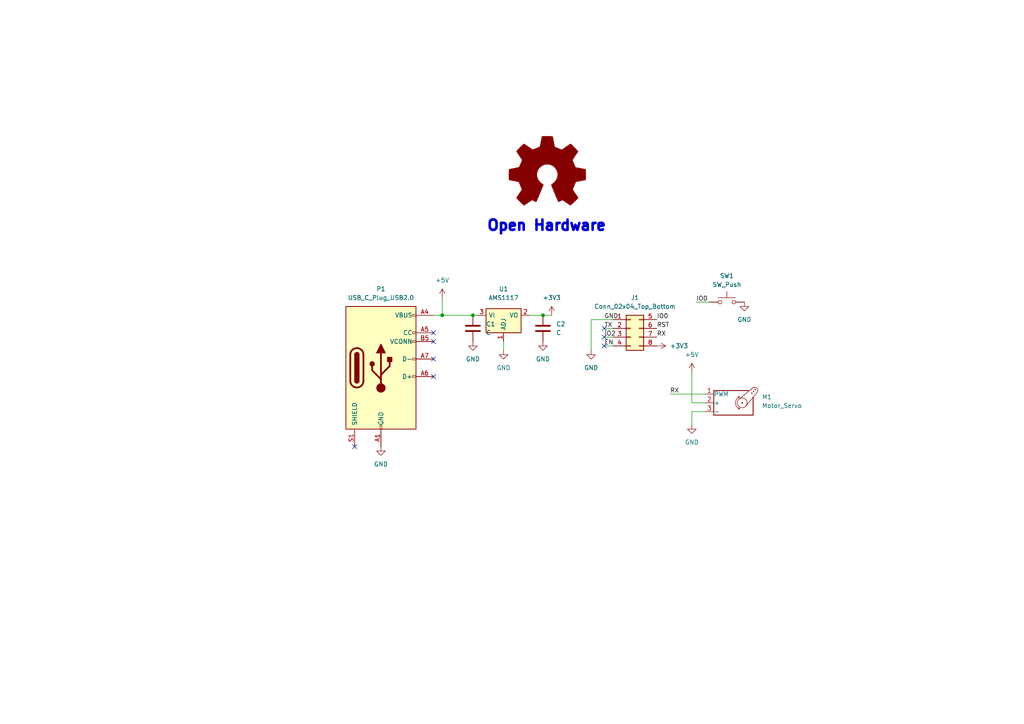
<source format=kicad_sch>
(kicad_sch (version 20211123) (generator eeschema)
  (paper "A4")
  (title_block (title "ESP8266 Blinker Lamp") (date "2022-03-07") (rev "1.0") (company "St.kai"))
  (lib_symbols
    (symbol "Connector:USB_C_Plug_USB2.0" (pin_names (offset 1.016))
      (property "Reference" "P" (at -10.16 19.05 0))
      (property "Value" "USB_C_Plug_USB2.0" (at 12.7 19.05 0))
      (symbol "USB_C_Plug_USB2.0_0_0"
        (rectangle (start -0.254 -17.78) (end 0.254 -16.764))
        (rectangle (start 10.16 -2.286) (end 9.144 -2.794))
        (rectangle (start 10.16 2.794) (end 9.144 2.286))
        (rectangle (start 10.16 7.874) (end 9.144 7.366))
        (rectangle (start 10.16 10.414) (end 9.144 9.906))
        (rectangle (start 10.16 15.494) (end 9.144 14.986))
      )
      (symbol "USB_C_Plug_USB2.0_0_1"
        (rectangle (start -10.16 17.78) (end 10.16 -17.78) (stroke (width 0.254)) (fill (type background)))
        (arc (start -8.89 -3.81) (mid -6.985 -5.715) (end -5.08 -3.81) (stroke (width 0.508)))
        (arc (start -7.62 -3.81) (mid -6.985 -4.445) (end -6.35 -3.81) (stroke (width 0.254)))
        (arc (start -7.62 -3.81) (mid -6.985 -4.445) (end -6.35 -3.81) (stroke (width 0.254)) (fill (type outline)))
        (rectangle (start -7.62 -3.81) (end -6.35 3.81) (stroke (width 0.254)) (fill (type outline)))
        (arc (start -6.35 3.81) (mid -6.985 4.445) (end -7.62 3.81) (stroke (width 0.254)))
        (arc (start -6.35 3.81) (mid -6.985 4.445) (end -7.62 3.81) (stroke (width 0.254)) (fill (type outline)))
        (arc (start -5.08 3.81) (mid -6.985 5.715) (end -8.89 3.81) (stroke (width 0.508)))
        (circle (center -2.54 1.143) (radius 0.635) (stroke (width 0.254)) (fill (type outline)))
        (circle (center 0 -5.842) (radius 1.27) (fill (type outline)))
        (polyline (pts (xy -8.89 -3.81) (xy -8.89 3.81)) (stroke (width 0.508)))
        (polyline (pts (xy -5.08 3.81) (xy -5.08 -3.81)) (stroke (width 0.508)))
        (polyline (pts (xy 0 -5.842) (xy 0 4.318)) (stroke (width 0.508)))
        (polyline (pts (xy 0 -3.302) (xy -2.54 -0.762) (xy -2.54 0.508)) (stroke (width 0.508)))
        (polyline (pts (xy 0 -2.032) (xy 2.54 0.508) (xy 2.54 1.778)) (stroke (width 0.508)))
        (polyline (pts (xy -1.27 4.318) (xy 0 6.858) (xy 1.27 4.318) (xy -1.27 4.318)) (stroke (width 0.254)) (fill (type outline)))
        (rectangle (start 1.905 1.778) (end 3.175 3.048) (stroke (width 0.254)) (fill (type outline)))
      )
      (symbol "USB_C_Plug_USB2.0_1_1"
        (pin passive line (at 0 -22.86 90) (length 5.08) (name "GND") (number "A1"))
        (pin passive line (at 0 -22.86 90) (length 5.08) hide (name "GND") (number "A12"))
        (pin passive line (at 15.24 15.24 180) (length 5.08) (name "VBUS") (number "A4"))
        (pin bidirectional line (at 15.24 10.16 180) (length 5.08) (name "CC") (number "A5"))
        (pin bidirectional line (at 15.24 -2.54 180) (length 5.08) (name "D+") (number "A6"))
        (pin bidirectional line (at 15.24 2.54 180) (length 5.08) (name "D-") (number "A7"))
        (pin passive line (at 15.24 15.24 180) (length 5.08) hide (name "VBUS") (number "A9"))
        (pin passive line (at 0 -22.86 90) (length 5.08) hide (name "GND") (number "B1"))
        (pin passive line (at 0 -22.86 90) (length 5.08) hide (name "GND") (number "B12"))
        (pin passive line (at 15.24 15.24 180) (length 5.08) hide (name "VBUS") (number "B4"))
        (pin bidirectional line (at 15.24 7.62 180) (length 5.08) (name "VCONN") (number "B5"))
        (pin passive line (at 15.24 15.24 180) (length 5.08) hide (name "VBUS") (number "B9"))
        (pin passive line (at -7.62 -22.86 90) (length 5.08) (name "SHIELD") (number "S1"))
      )
    )
    (symbol "Connector_Generic:Conn_02x04_Top_Bottom" (pin_names (offset 1.016) hide)
      (property "Reference" "J" (at 1.27 5.08 0))
      (property "Value" "Conn_02x04_Top_Bottom" (at 1.27 -7.62 0))
      (symbol "Conn_02x04_Top_Bottom_1_1"
        (rectangle (start -1.27 -4.953) (end 0 -5.207) (stroke (width 0.1524)))
        (rectangle (start -1.27 -2.413) (end 0 -2.667) (stroke (width 0.1524)))
        (rectangle (start -1.27 0.127) (end 0 -0.127) (stroke (width 0.1524)))
        (rectangle (start -1.27 2.667) (end 0 2.413) (stroke (width 0.1524)))
        (rectangle (start -1.27 3.81) (end 3.81 -6.35) (stroke (width 0.254)) (fill (type background)))
        (rectangle (start 3.81 -4.953) (end 2.54 -5.207) (stroke (width 0.1524)))
        (rectangle (start 3.81 -2.413) (end 2.54 -2.667) (stroke (width 0.1524)))
        (rectangle (start 3.81 0.127) (end 2.54 -0.127) (stroke (width 0.1524)))
        (rectangle (start 3.81 2.667) (end 2.54 2.413) (stroke (width 0.1524)))
        (pin passive line (at -5.08 2.54 0) (length 3.81) (name "Pin_1") (number "1"))
        (pin passive line (at -5.08 0 0) (length 3.81) (name "Pin_2") (number "2"))
        (pin passive line (at -5.08 -2.54 0) (length 3.81) (name "Pin_3") (number "3"))
        (pin passive line (at -5.08 -5.08 0) (length 3.81) (name "Pin_4") (number "4"))
        (pin passive line (at 7.62 2.54 180) (length 3.81) (name "Pin_5") (number "5"))
        (pin passive line (at 7.62 0 180) (length 3.81) (name "Pin_6") (number "6"))
        (pin passive line (at 7.62 -2.54 180) (length 3.81) (name "Pin_7") (number "7"))
        (pin passive line (at 7.62 -5.08 180) (length 3.81) (name "Pin_8") (number "8"))
      )
    )
    (symbol "Device:C" (pin_numbers hide) (pin_names (offset 0.254))
      (property "Reference" "C" (at 0.635 2.54 0))
      (property "Value" "C" (at 0.635 -2.54 0))
      (symbol "C_0_1"
        (polyline (pts (xy -2.032 -0.762) (xy 2.032 -0.762)) (stroke (width 0.508)))
        (polyline (pts (xy -2.032 0.762) (xy 2.032 0.762)) (stroke (width 0.508)))
      )
      (symbol "C_1_1"
        (pin passive line (at 0 3.81 270) (length 2.794) (name "~") (number "1"))
        (pin passive line (at 0 -3.81 90) (length 2.794) (name "~") (number "2"))
      )
    )
    (symbol "Graphic:Logo_Open_Hardware_Large" (pin_names (offset 1.016))
      (symbol "Logo_Open_Hardware_Large_1_1"
        (polyline (pts (xy 6.731 -8.7122) (xy 6.6294 -8.6614) (xy 6.35 -8.4836) (xy 5.9944 -8.255) (xy 5.5372 -7.9502) (xy 5.1054 -7.6454) (xy 4.7498 -7.4168) (xy 4.4958 -7.239) (xy 4.3942 -7.1882) (xy 4.318 -7.2136) (xy 4.1148 -7.3152) (xy 3.81 -7.4676) (xy 3.6322 -7.5692) (xy 3.3528 -7.6708) (xy 3.2258 -7.6962) (xy 3.2004 -7.6708) (xy 3.0988 -7.4676) (xy 2.9464 -7.0866) (xy 2.7178 -6.604) (xy 2.4892 -6.0452) (xy 2.2352 -5.4356) (xy 1.9558 -4.826) (xy 1.7272 -4.2164) (xy 1.4986 -3.683) (xy 1.3208 -3.2512) (xy 1.2192 -2.9464) (xy 1.1684 -2.8194) (xy 1.1938 -2.794) (xy 1.3208 -2.667) (xy 1.5748 -2.4892) (xy 2.0828 -2.0574) (xy 2.6162 -1.397) (xy 2.921 -0.6604) (xy 3.048 0.1524) (xy 2.9464 0.9144) (xy 2.6416 1.6256) (xy 2.1336 2.286) (xy 1.524 2.7686) (xy 0.8128 3.0734) (xy 0 3.175) (xy -0.762 3.0988) (xy -1.4986 2.794) (xy -2.159 2.286) (xy -2.4384 1.9812) (xy -2.8194 1.3208) (xy -3.048 0.6096) (xy -3.0734 0.4318) (xy -3.0226 -0.3556) (xy -2.794 -1.0922) (xy -2.3876 -1.7526) (xy -1.8288 -2.3114) (xy -1.7526 -2.3622) (xy -1.4732 -2.5654) (xy -1.2954 -2.6924) (xy -1.1684 -2.8194) (xy -2.159 -5.207) (xy -2.3114 -5.588) (xy -2.5908 -6.2484) (xy -2.8194 -6.8072) (xy -3.0226 -7.2644) (xy -3.1496 -7.5692) (xy -3.2258 -7.6708) (xy -3.2258 -7.6962) (xy -3.302 -7.6962) (xy -3.4798 -7.6454) (xy -3.8354 -7.4676) (xy -4.0386 -7.366) (xy -4.2926 -7.239) (xy -4.4196 -7.1882) (xy -4.5212 -7.239) (xy -4.7498 -7.3914) (xy -5.1054 -7.6454) (xy -5.5372 -7.9248) (xy -5.9436 -8.2042) (xy -6.3246 -8.4582) (xy -6.604 -8.636) (xy -6.731 -8.7122) (xy -6.7564 -8.7122) (xy -6.858 -8.636) (xy -7.0866 -8.4582) (xy -7.4168 -8.1534) (xy -7.874 -7.6962) (xy -7.9502 -7.62) (xy -8.3312 -7.239) (xy -8.636 -6.9088) (xy -8.8392 -6.6802) (xy -8.9154 -6.5786) (xy -8.9154 -6.5786) (xy -8.8392 -6.4516) (xy -8.6614 -6.1722) (xy -8.4328 -5.7912) (xy -8.128 -5.3594) (xy -7.3152 -4.191) (xy -7.7724 -3.0988) (xy -7.8994 -2.7686) (xy -8.0772 -2.3622) (xy -8.2042 -2.0828) (xy -8.255 -1.9558) (xy -8.382 -1.905) (xy -8.6614 -1.8542) (xy -9.0932 -1.7526) (xy -9.6266 -1.651) (xy -10.1092 -1.5748) (xy -10.541 -1.4732) (xy -10.8712 -1.4224) (xy -11.0236 -1.397) (xy -11.049 -1.3716) (xy -11.0744 -1.2954) (xy -11.0998 -1.143) (xy -11.0998 -0.889) (xy -11.1252 -0.4572) (xy -11.1252 0.1524) (xy -11.1252 0.2286) (xy -11.0998 0.8128) (xy -11.0998 1.27) (xy -11.0744 1.5494) (xy -11.0744 1.6764) (xy -11.0744 1.6764) (xy -10.922 1.7018) (xy -10.6172 1.778) (xy -10.16 1.8542) (xy -9.652 1.9558) (xy -9.6012 1.9812) (xy -9.0932 2.0828) (xy -8.636 2.159) (xy -8.3312 2.2352) (xy -8.2042 2.286) (xy -8.1788 2.3114) (xy -8.0772 2.5146) (xy -7.9248 2.8448) (xy -7.747 3.2512) (xy -7.5692 3.6576) (xy -7.4168 4.0386) (xy -7.3152 4.318) (xy -7.2898 4.445) (xy -7.2898 4.445) (xy -7.366 4.572) (xy -7.5438 4.826) (xy -7.7978 5.207) (xy -8.128 5.6642) (xy -8.128 5.6896) (xy -8.4328 6.1468) (xy -8.6868 6.5278) (xy -8.8392 6.7818) (xy -8.9154 6.9088) (xy -8.9154 6.9088) (xy -8.8138 7.0358) (xy -8.5852 7.2898) (xy -8.255 7.6454) (xy -7.874 8.0264) (xy -7.747 8.1534) (xy -7.3152 8.5852) (xy -7.0104 8.8646) (xy -6.8326 8.9916) (xy -6.731 9.0424) (xy -6.731 9.0424) (xy -6.604 8.9408) (xy -6.3246 8.763) (xy -5.9436 8.509) (xy -5.4864 8.2042) (xy -5.461 8.1788) (xy -5.0038 7.874) (xy -4.6482 7.62) (xy -4.3688 7.4422) (xy -4.2672 7.3914) (xy -4.2418 7.3914) (xy -4.064 7.4422) (xy -3.7338 7.5438) (xy -3.3528 7.6962) (xy -2.9464 7.874) (xy -2.5654 8.0264) (xy -2.286 8.1534) (xy -2.159 8.2296) (xy -2.159 8.2296) (xy -2.1082 8.382) (xy -2.032 8.7122) (xy -1.9304 9.1694) (xy -1.8288 9.7282) (xy -1.8034 9.8044) (xy -1.7018 10.3378) (xy -1.6256 10.7696) (xy -1.5748 11.0744) (xy -1.524 11.2014) (xy -1.4478 11.2268) (xy -1.1938 11.2522) (xy -0.8128 11.2522) (xy -0.3302 11.2522) (xy 0.1524 11.2522) (xy 0.6604 11.2522) (xy 1.0668 11.2268) (xy 1.3716 11.2014) (xy 1.4986 11.176) (xy 1.4986 11.176) (xy 1.5494 11.0236) (xy 1.6256 10.6934) (xy 1.7018 10.2108) (xy 1.8288 9.6774) (xy 1.8288 9.5758) (xy 1.9304 9.0424) (xy 2.032 8.6106) (xy 2.0828 8.3058) (xy 2.1336 8.2042) (xy 2.159 8.1788) (xy 2.3876 8.0772) (xy 2.7432 7.9248) (xy 3.175 7.747) (xy 4.191 7.3406) (xy 5.461 8.2042) (xy 5.5626 8.2804) (xy 6.0198 8.5852) (xy 6.3754 8.8392) (xy 6.6294 8.9916) (xy 6.7564 9.0424) (xy 6.7564 9.0424) (xy 6.8834 8.9408) (xy 7.1374 8.7122) (xy 7.4676 8.382) (xy 7.8486 7.9756) (xy 8.1534 7.6962) (xy 8.4836 7.3406) (xy 8.7122 7.112) (xy 8.8392 6.9596) (xy 8.8646 6.858) (xy 8.8646 6.8072) (xy 8.7884 6.6802) (xy 8.6106 6.4008) (xy 8.3312 6.0198) (xy 8.0264 5.588) (xy 7.7978 5.207) (xy 7.5184 4.8006) (xy 7.3406 4.4958) (xy 7.2898 4.3434) (xy 7.2898 4.2926) (xy 7.3914 4.0386) (xy 7.5184 3.683) (xy 7.7216 3.2258) (xy 8.1534 2.2352) (xy 8.7884 2.1082) (xy 9.1948 2.0574) (xy 9.7536 1.9304) (xy 10.2616 1.8288) (xy 11.0998 1.6764) (xy 11.1252 -1.3208) (xy 10.9982 -1.3716) (xy 10.8712 -1.397) (xy 10.5664 -1.4732) (xy 10.1346 -1.5494) (xy 9.6266 -1.651) (xy 9.1948 -1.7272) (xy 8.7376 -1.8288) (xy 8.4328 -1.8796) (xy 8.2804 -1.905) (xy 8.255 -1.9558) (xy 8.1534 -2.159) (xy 7.9756 -2.5146) (xy 7.8232 -2.921) (xy 7.6454 -3.3274) (xy 7.493 -3.7338) (xy 7.366 -4.0132) (xy 7.3406 -4.191) (xy 7.3914 -4.2926) (xy 7.5692 -4.5466) (xy 7.7978 -4.9276) (xy 8.1026 -5.3594) (xy 8.4074 -5.7912) (xy 8.6614 -6.1722) (xy 8.8138 -6.4262) (xy 8.89 -6.5532) (xy 8.8646 -6.6548) (xy 8.6868 -6.858) (xy 8.3566 -7.1882) (xy 7.874 -7.6708) (xy 7.7978 -7.747) (xy 7.3914 -8.128) (xy 7.0612 -8.4328) (xy 6.8326 -8.636) (xy 6.731 -8.7122)) (fill (type outline)))
      )
    )
    (symbol "Motor:Motor_Servo" (pin_names (offset 0.0254))
      (property "Reference" "M" (at -5.08 4.445 0))
      (property "Value" "Motor_Servo" (at -5.08 -4.064 0))
      (symbol "Motor_Servo_0_1"
        (polyline (pts (xy 2.413 -1.778) (xy 2.032 -1.778)))
        (polyline (pts (xy 2.413 -1.778) (xy 2.286 -1.397)))
        (polyline (pts (xy 2.413 1.778) (xy 1.905 1.778)))
        (polyline (pts (xy 2.413 1.778) (xy 2.286 1.397)))
        (polyline (pts (xy 6.35 4.445) (xy 2.54 1.27)))
        (polyline (pts (xy 7.62 3.175) (xy 4.191 -1.016)))
        (polyline (pts (xy 5.08 3.556) (xy -5.08 3.556) (xy -5.08 -3.556) (xy 6.35 -3.556) (xy 6.35 1.524)) (stroke (width 0.254)))
        (arc (start 2.413 1.778) (mid 1.2406 0) (end 2.413 -1.778))
        (circle (center 3.175 0) (radius 0.1778))
        (circle (center 3.175 0) (radius 1.4224))
        (circle (center 5.969 2.794) (radius 0.127))
        (circle (center 6.477 3.302) (radius 0.127))
        (circle (center 6.985 3.81) (radius 0.127))
        (arc (start 7.62 3.175) (mid 7.4485 4.2735) (end 6.35 4.445))
      )
      (symbol "Motor_Servo_1_1"
        (pin passive line (at -7.62 2.54 0) (length 2.54) (name "PWM") (number "1"))
        (pin passive line (at -7.62 0 0) (length 2.54) (name "+") (number "2"))
        (pin passive line (at -7.62 -2.54 0) (length 2.54) (name "-") (number "3"))
      )
    )
    (symbol "Regulator_Linear:AMS1117" (pin_names (offset 0.762))
      (property "Reference" "U" (at -3.81 3.175 0))
      (property "Value" "AMS1117" (at 0 3.175 0))
      (symbol "AMS1117_0_1"
        (rectangle (start -5.08 -5.08) (end 5.08 1.905) (stroke (width 0.254)) (fill (type background)))
      )
      (symbol "AMS1117_1_1"
        (pin input line (at 0 -7.62 90) (length 2.54) (name "ADJ") (number "1"))
        (pin power_out line (at 7.62 0 180) (length 2.54) (name "VO") (number "2"))
        (pin power_in line (at -7.62 0 0) (length 2.54) (name "VI") (number "3"))
      )
    )
    (symbol "Switch:SW_Push" (pin_numbers hide) (pin_names (offset 1.016) hide)
      (property "Reference" "SW" (at 1.27 2.54 0))
      (property "Value" "SW_Push" (at 0 -1.524 0))
      (symbol "SW_Push_0_1"
        (circle (center -2.032 0) (radius 0.508))
        (polyline (pts (xy 0 1.27) (xy 0 3.048)))
        (polyline (pts (xy 2.54 1.27) (xy -2.54 1.27)))
        (circle (center 2.032 0) (radius 0.508))
        (pin passive line (at -5.08 0 0) (length 2.54) (name "1") (number "1"))
        (pin passive line (at 5.08 0 180) (length 2.54) (name "2") (number "2"))
      )
    )
    (symbol "power:+3.3V" (power) (pin_names (offset 0))
      (property "Value" "+3.3V" (at 0 3.556 0))
      (symbol "+3.3V_0_1"
        (polyline (pts (xy -0.762 1.27) (xy 0 2.54)))
        (polyline (pts (xy 0 0) (xy 0 2.54)))
        (polyline (pts (xy 0 2.54) (xy 0.762 1.27)))
      )
      (symbol "+3.3V_1_1"
        (pin power_in line (at 0 0 90) (length 0) hide (name "+3V3") (number "1"))
      )
    )
    (symbol "power:+3V3" (power) (pin_names (offset 0))
      (property "Value" "+3V3" (at 0 3.556 0))
      (symbol "+3V3_0_1"
        (polyline (pts (xy -0.762 1.27) (xy 0 2.54)))
        (polyline (pts (xy 0 0) (xy 0 2.54)))
        (polyline (pts (xy 0 2.54) (xy 0.762 1.27)))
      )
      (symbol "+3V3_1_1"
        (pin power_in line (at 0 0 90) (length 0) hide (name "+3V3") (number "1"))
      )
    )
    (symbol "power:+5V" (power) (pin_names (offset 0))
      (property "Value" "+5V" (at 0 3.556 0))
      (symbol "+5V_0_1"
        (polyline (pts (xy -0.762 1.27) (xy 0 2.54)))
        (polyline (pts (xy 0 0) (xy 0 2.54)))
        (polyline (pts (xy 0 2.54) (xy 0.762 1.27)))
      )
      (symbol "+5V_1_1"
        (pin power_in line (at 0 0 90) (length 0) hide (name "+5V") (number "1"))
      )
    )
    (symbol "power:GND" (power) (pin_names (offset 0))
      (property "Value" "GND" (at 0 -3.81 0))
      (symbol "GND_0_1"
        (polyline (pts (xy 0 0) (xy 0 -1.27) (xy 1.27 -1.27) (xy 0 -2.54) (xy -1.27 -1.27) (xy 0 -1.27)))
      )
      (symbol "GND_1_1"
        (pin power_in line (at 0 0 270) (length 0) hide (name "GND") (number "1"))
      )
    )
  )
  (junction (at 128.27 91.44))
  (junction (at 157.48 91.44))
  (junction (at 137.16 91.44))
  (no_connect (at 175.26 95.25))
  (no_connect (at 175.26 97.79))
  (no_connect (at 175.26 100.33))
  (no_connect (at 102.87 129.54))
  (no_connect (at 125.73 104.14))
  (no_connect (at 125.73 99.06))
  (no_connect (at 125.73 96.52))
  (no_connect (at 125.73 109.22))
  (wire (pts (xy 160.02 91.44) (xy 157.48 91.44)))
  (wire (pts (xy 137.16 91.44) (xy 138.43 91.44)))
  (wire (pts (xy 200.66 119.38) (xy 200.66 123.19)))
  (wire (pts (xy 171.45 92.71) (xy 171.45 101.6)))
  (wire (pts (xy 204.47 116.84) (xy 200.66 116.84)))
  (wire (pts (xy 204.47 119.38) (xy 200.66 119.38)))
  (wire (pts (xy 128.27 91.44) (xy 137.16 91.44)))
  (wire (pts (xy 175.26 100.33) (xy 177.8 100.33)))
  (wire (pts (xy 175.26 97.79) (xy 177.8 97.79)))
  (wire (pts (xy 194.31 114.3) (xy 204.47 114.3)))
  (wire (pts (xy 201.93 87.63) (xy 205.74 87.63)))
  (wire (pts (xy 171.45 92.71) (xy 177.8 92.71)))
  (wire (pts (xy 200.66 107.95) (xy 200.66 116.84)))
  (wire (pts (xy 175.26 95.25) (xy 177.8 95.25)))
  (wire (pts (xy 125.73 91.44) (xy 128.27 91.44)))
  (wire (pts (xy 146.05 99.06) (xy 146.05 101.6)))
  (wire (pts (xy 128.27 86.36) (xy 128.27 91.44)))
  (wire (pts (xy 157.48 91.44) (xy 153.67 91.44)))
  (text "Open Hardware" (at 140.97 67.31 0) (effects (font (size 3 3) (thickness 1) bold) (justify left bottom)))
  (label "GND" (at 175.26 92.71 0))
  (label "IO0" (at 190.5 92.71 0))
  (label "RST" (at 190.5 95.25 0))
  (label "IO0" (at 201.93 87.63 0))
  (label "EN" (at 175.26 100.33 0))
  (label "RX" (at 194.31 114.3 0))
  (label "RX" (at 190.5 97.79 0))
  (label "TX" (at 175.26 95.25 0))
  (label "IO2" (at 175.26 97.79 0))
  (symbol (lib_id "power:GND") (at 157.48 99.06 0) (unit 1)
    (property "Reference" "#PWR0108" (effects hide))
    (property "Value" "GND" (at 157.48 104.14 0))
  )
  (symbol (lib_id "power:GND") (at 146.05 101.6 0) (unit 1)
    (property "Reference" "#PWR0107" (effects hide))
    (property "Value" "GND" (at 146.05 106.68 0))
  )
  (symbol (lib_id "Device:C") (at 137.16 95.25 0) (unit 1)
    (property "Reference" "C1" (at 140.97 93.9799 0) (effects (justify left)))
    (property "Value" "C" (at 140.97 96.5199 0) (effects (justify left)))
    (property "Footprint" "Capacitor_SMD:C_0603_1608Metric" (effects hide))
  )
  (symbol (lib_id "Connector_Generic:Conn_02x04_Top_Bottom") (at 182.88 95.25 0) (unit 1)
    (property "Reference" "J1" (at 184.15 86.36 0))
    (property "Value" "Conn_02x04_Top_Bottom" (at 184.15 88.9 0))
    (property "Footprint" "Connector_PinSocket_2.54mm:PinSocket_2x04_P2.54mm_Vertical" (effects hide))
  )
  (symbol (lib_id "Device:C") (at 157.48 95.25 0) (unit 1)
    (property "Reference" "C2" (at 161.29 93.9799 0) (effects (justify left)))
    (property "Value" "C" (at 161.29 96.5199 0) (effects (justify left)))
    (property "Footprint" "Capacitor_SMD:C_0603_1608Metric" (effects hide))
  )
  (symbol (lib_id "Motor:Motor_Servo") (at 212.09 116.84 0) (unit 1)
    (property "Reference" "M1" (at 220.98 115.1365 0) (effects (justify left)))
    (property "Value" "Motor_Servo" (at 220.98 117.6765 0) (effects (justify left)))
    (property "Footprint" "Connector_PinHeader_2.54mm:PinHeader_1x03_P2.54mm_Vertical" (effects hide))
    (property "Datasheet" "http://forums.parallax.com/uploads/attachments/46831/74481.png" (effects hide))
  )
  (symbol (lib_id "Regulator_Linear:AMS1117") (at 146.05 91.44 0) (unit 1)
    (property "Reference" "U1" (at 146.05 83.82 0))
    (property "Value" "AMS1117" (at 146.05 86.36 0))
    (property "Footprint" "Package_TO_SOT_SMD:SOT-223-3_TabPin2" (effects hide))
    (property "Datasheet" "http://www.advanced-monolithic.com/pdf/ds1117.pdf" (effects hide))
  )
  (symbol (lib_id "power:+3.3V") (at 190.5 100.33 270) (unit 1)
    (property "Reference" "#PWR0105" (effects hide))
    (property "Value" "+3.3V" (at 194.31 100.3299 90) (effects (justify left)))
  )
  (symbol (lib_id "power:GND") (at 171.45 101.6 0) (unit 1)
    (property "Reference" "#PWR0104" (effects hide))
    (property "Value" "GND" (at 171.45 106.68 0))
  )
  (symbol (lib_id "power:+3V3") (at 160.02 91.44 0) (unit 1)
    (property "Reference" "#PWR0106" (effects hide))
    (property "Value" "+3V3" (at 160.02 86.36 0))
  )
  (symbol (lib_id "power:GND") (at 215.9 87.63 0) (unit 1)
    (property "Reference" "#PWR0101" (effects hide))
    (property "Value" "GND" (at 215.9 92.71 0))
  )
  (symbol (lib_id "power:+5V") (at 128.27 86.36 0) (unit 1)
    (property "Reference" "#PWR0111" (effects hide))
    (property "Value" "+5V" (at 128.27 81.28 0))
  )
  (symbol (lib_id "power:GND") (at 137.16 99.06 0) (unit 1)
    (property "Reference" "#PWR0109" (effects hide))
    (property "Value" "GND" (at 137.16 104.14 0))
  )
  (symbol (lib_id "Switch:SW_Push") (at 210.82 87.63 0) (unit 1)
    (property "Reference" "SW1" (at 210.82 80.01 0))
    (property "Value" "SW_Push" (at 210.82 82.55 0))
    (property "Footprint" "Button_Switch_SMD:SW_SPST_TL3342" (effects hide))
  )
  (symbol (lib_id "Graphic:Logo_Open_Hardware_Large") (at 158.75 50.8 0) (unit 1)
    (property "Reference" "#LOGO1" (effects hide))
    (property "Value" "Logo_Open_Hardware_Large" (effects hide))
  )
  (symbol (lib_id "power:GND") (at 200.66 123.19 0) (unit 1)
    (property "Reference" "#PWR0103" (effects hide))
    (property "Value" "GND" (at 200.66 128.27 0))
  )
  (symbol (lib_id "power:GND") (at 110.49 129.54 0) (unit 1)
    (property "Reference" "#PWR0110" (effects hide))
    (property "Value" "GND" (at 110.49 134.62 0))
  )
  (symbol (lib_id "Connector:USB_C_Plug_USB2.0") (at 110.49 106.68 0) (unit 1)
    (property "Reference" "P1" (at 110.49 83.82 0))
    (property "Value" "USB_C_Plug_USB2.0" (at 110.49 86.36 0))
    (property "Footprint" "Library:USB_C_6P" (effects hide))
    (property "Datasheet" "https://www.usb.org/sites/default/files/documents/usb_type-c.zip" (effects hide))
  )
  (symbol (lib_id "power:+5V") (at 200.66 107.95 0) (unit 1)
    (property "Reference" "#PWR0102" (effects hide))
    (property "Value" "+5V" (at 200.66 102.87 0))
  )
)
</source>
